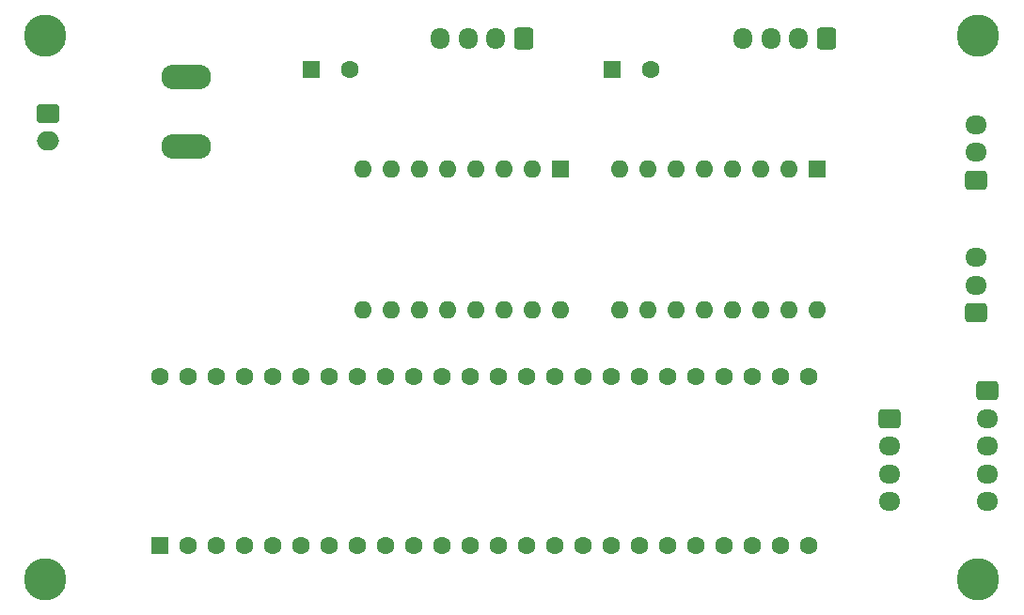
<source format=gbr>
%TF.GenerationSoftware,KiCad,Pcbnew,9.0.0*%
%TF.CreationDate,2025-03-09T21:01:43-04:00*%
%TF.ProjectId,RobocupSwinderPCB,526f626f-6375-4705-9377-696e64657250,1*%
%TF.SameCoordinates,Original*%
%TF.FileFunction,Soldermask,Bot*%
%TF.FilePolarity,Negative*%
%FSLAX46Y46*%
G04 Gerber Fmt 4.6, Leading zero omitted, Abs format (unit mm)*
G04 Created by KiCad (PCBNEW 9.0.0) date 2025-03-09 21:01:43*
%MOMM*%
%LPD*%
G01*
G04 APERTURE LIST*
G04 Aperture macros list*
%AMRoundRect*
0 Rectangle with rounded corners*
0 $1 Rounding radius*
0 $2 $3 $4 $5 $6 $7 $8 $9 X,Y pos of 4 corners*
0 Add a 4 corners polygon primitive as box body*
4,1,4,$2,$3,$4,$5,$6,$7,$8,$9,$2,$3,0*
0 Add four circle primitives for the rounded corners*
1,1,$1+$1,$2,$3*
1,1,$1+$1,$4,$5*
1,1,$1+$1,$6,$7*
1,1,$1+$1,$8,$9*
0 Add four rect primitives between the rounded corners*
20,1,$1+$1,$2,$3,$4,$5,0*
20,1,$1+$1,$4,$5,$6,$7,0*
20,1,$1+$1,$6,$7,$8,$9,0*
20,1,$1+$1,$8,$9,$2,$3,0*%
G04 Aperture macros list end*
%ADD10RoundRect,0.250000X0.725000X-0.600000X0.725000X0.600000X-0.725000X0.600000X-0.725000X-0.600000X0*%
%ADD11O,1.950000X1.700000*%
%ADD12R,1.600000X1.600000*%
%ADD13C,1.600000*%
%ADD14C,3.800000*%
%ADD15RoundRect,0.250000X-0.725000X0.600000X-0.725000X-0.600000X0.725000X-0.600000X0.725000X0.600000X0*%
%ADD16RoundRect,0.250000X-0.750000X0.600000X-0.750000X-0.600000X0.750000X-0.600000X0.750000X0.600000X0*%
%ADD17O,2.000000X1.700000*%
%ADD18O,1.600000X1.600000*%
%ADD19O,4.500000X2.250000*%
%ADD20RoundRect,0.250000X0.600000X0.725000X-0.600000X0.725000X-0.600000X-0.725000X0.600000X-0.725000X0*%
%ADD21O,1.700000X1.950000*%
G04 APERTURE END LIST*
D10*
%TO.C,SW2*%
X177300000Y-91000000D03*
D11*
X177300000Y-88500000D03*
X177300000Y-86000000D03*
%TD*%
D12*
%TO.C,C2*%
X144500000Y-69000000D03*
D13*
X148000000Y-69000000D03*
%TD*%
D10*
%TO.C,SW1*%
X177300000Y-79000000D03*
D11*
X177300000Y-76500000D03*
X177300000Y-74000000D03*
%TD*%
D14*
%TO.C,H4*%
X93500000Y-115000000D03*
%TD*%
D15*
%TO.C,LCD1*%
X169500000Y-100500000D03*
D11*
X169500000Y-103000000D03*
X169500000Y-105500000D03*
X169500000Y-108000000D03*
%TD*%
D14*
%TO.C,H2*%
X177500000Y-66000000D03*
%TD*%
D16*
%TO.C,SW3*%
X93700000Y-73000000D03*
D17*
X93700000Y-75500000D03*
%TD*%
D12*
%TO.C,U1*%
X103800000Y-111990000D03*
D13*
X106340000Y-111990000D03*
X108880000Y-111990000D03*
X111420000Y-111990000D03*
X113960000Y-111990000D03*
X116500000Y-111990000D03*
X119040000Y-111990000D03*
X121580000Y-111990000D03*
X124120000Y-111990000D03*
X126660000Y-111990000D03*
X129200000Y-111990000D03*
X131740000Y-111990000D03*
X134280000Y-111990000D03*
X136820000Y-111990000D03*
X139360000Y-111990000D03*
X141900000Y-111990000D03*
X144440000Y-111990000D03*
X146980000Y-111990000D03*
X149520000Y-111990000D03*
X152060000Y-111990000D03*
X154600000Y-111990000D03*
X157140000Y-111990000D03*
X159680000Y-111990000D03*
X162220000Y-111990000D03*
X162220000Y-96750000D03*
X159680000Y-96750000D03*
X157140000Y-96750000D03*
X154600000Y-96750000D03*
X152060000Y-96750000D03*
X149520000Y-96750000D03*
X146980000Y-96750000D03*
X144440000Y-96750000D03*
X141900000Y-96750000D03*
X139360000Y-96750000D03*
X136820000Y-96750000D03*
X134280000Y-96750000D03*
X131740000Y-96750000D03*
X129200000Y-96750000D03*
X126660000Y-96750000D03*
X124120000Y-96750000D03*
X121580000Y-96750000D03*
X119040000Y-96750000D03*
X116500000Y-96750000D03*
X113960000Y-96750000D03*
X111420000Y-96750000D03*
X108880000Y-96750000D03*
X106340000Y-96750000D03*
X103800000Y-96750000D03*
%TD*%
D12*
%TO.C,A2*%
X163000000Y-78000000D03*
D18*
X160460000Y-78000000D03*
X157920000Y-78000000D03*
X155380000Y-78000000D03*
X152840000Y-78000000D03*
X150300000Y-78000000D03*
X147760000Y-78000000D03*
X145220000Y-78000000D03*
X145220000Y-90700000D03*
X147760000Y-90700000D03*
X150300000Y-90700000D03*
X152840000Y-90700000D03*
X155380000Y-90700000D03*
X157920000Y-90700000D03*
X160460000Y-90700000D03*
X163000000Y-90700000D03*
%TD*%
D19*
%TO.C,J1*%
X106200000Y-76000000D03*
X106200000Y-69700000D03*
%TD*%
D20*
%TO.C,M2*%
X163800000Y-66225000D03*
D21*
X161300000Y-66225000D03*
X158800000Y-66225000D03*
X156300000Y-66225000D03*
%TD*%
D14*
%TO.C,H3*%
X177500000Y-115000000D03*
%TD*%
D12*
%TO.C,C1*%
X117397349Y-69000000D03*
D13*
X120897349Y-69000000D03*
%TD*%
D20*
%TO.C,M1*%
X136550000Y-66225000D03*
D21*
X134050000Y-66225000D03*
X131550000Y-66225000D03*
X129050000Y-66225000D03*
%TD*%
D15*
%TO.C,RE1*%
X178300000Y-98000000D03*
D11*
X178300000Y-100500000D03*
X178300000Y-103000000D03*
X178300000Y-105500000D03*
X178300000Y-108000000D03*
%TD*%
D12*
%TO.C,A1*%
X139890000Y-78000000D03*
D18*
X137350000Y-78000000D03*
X134810000Y-78000000D03*
X132270000Y-78000000D03*
X129730000Y-78000000D03*
X127190000Y-78000000D03*
X124650000Y-78000000D03*
X122110000Y-78000000D03*
X122110000Y-90700000D03*
X124650000Y-90700000D03*
X127190000Y-90700000D03*
X129730000Y-90700000D03*
X132270000Y-90700000D03*
X134810000Y-90700000D03*
X137350000Y-90700000D03*
X139890000Y-90700000D03*
%TD*%
D14*
%TO.C,H1*%
X93500000Y-66000000D03*
%TD*%
M02*

</source>
